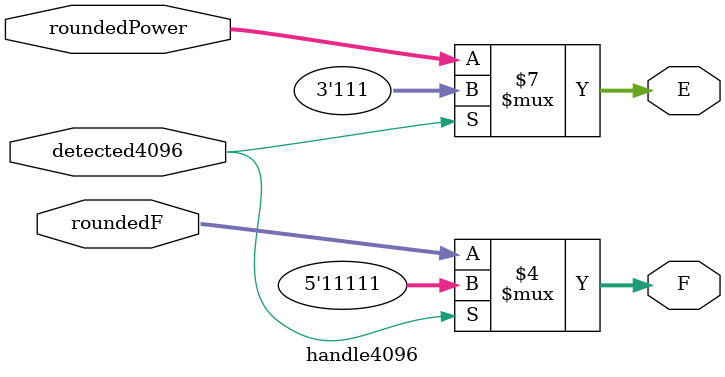
<source format=v>
`timescale 1ns / 1ps
module FPCVT(
	input [12:0] D,
	output S,
	output [2:0] E,
	output [4:0] F
    );
    
	wire [12:0] magnitude;
     
	wire [2:0] unroundedPower;

    wire [4:0] unroundedF;
    wire sixthBit;
    
    wire [2:0] roundedPower;
    wire [4:0] roundedF;
    
    wire detected4096; 
    
    assign S = (D[12] == 1'b0) ? 1'b0 : 1'b1;
    
	getMagnitude magnitudeModule(.D(D), .magnitude(magnitude));	
    countZeroes countZeroesModule(.magnitude(magnitude), .unroundedPower(unroundedPower));  
	
    getMantissa mantissaModule(.magnitude(magnitude), .unroundedPower(unroundedPower), .unroundedF(unroundedF));   
    getSixthBit sixthBitModule(.magnitude(magnitude), .unroundedPower(unroundedPower), .sixthBit(sixthBit));
    roundEF roundingModule(.sixthBit(sixthBit), .unroundedF(unroundedF), .unroundedPower(unroundedPower),
                            .roundedPower(roundedPower), .roundedF(roundedF));   
    detect4096 detect4096Module(.magnitude(magnitude), .detect4096(detected4096));   
    handle4096 handle4096Module(.detected4096(detected4096), .roundedPower(roundedPower), 
                                .roundedF(roundedF), .E(E), .F(F));
endmodule

module getMagnitude(
	input [12:0] D, 
	output reg [12:0] magnitude);

	always @(*) begin
		if( D[12] == 1)
			magnitude = ~D + 13'b1;
		else
			magnitude = D;
	end
endmodule

module countZeroes(
	input [12:0] magnitude,
	output reg [2:0] unroundedPower);
	
	always @(*) begin
        if(magnitude[12]== 1'b1 || magnitude[11] == 1'b1) unroundedPower = 3'b111;
		else if(magnitude[10] == 1'b1) unroundedPower = 3'b110;
		else if(magnitude[9] == 1'b1)  unroundedPower = 3'b101;
		else if(magnitude[8] == 1'b1)  unroundedPower = 3'b100;
		else if(magnitude[7] == 1'b1)  unroundedPower = 3'b011;
		else if(magnitude[6] == 1'b1)  unroundedPower = 3'b010;
		else if(magnitude[5] == 1'b1)  unroundedPower = 3'b001;
		else                        unroundedPower = 3'b000;
    end

endmodule

module getMantissa(
	input [12:0] magnitude,
	input [2:0] unroundedPower,
	output reg [4:0] unroundedF );

	always @(*) begin
		case(unroundedPower)
			3'b000: unroundedF = magnitude[4:0];
			3'b001: unroundedF = magnitude[5:1];
			3'b010: unroundedF = magnitude[6:2];
			3'b011: unroundedF = magnitude[7:3];
            3'b100: unroundedF = magnitude[8:4];
            3'b101: unroundedF = magnitude[9:5];
            3'b110: unroundedF = magnitude[10:6];
            3'b111: unroundedF = magnitude[11:7];
		endcase
	end
endmodule

module getSixthBit(
	input [12:0] magnitude,
	input [2:0] unroundedPower,
	output reg sixthBit);
	
	always @(*) begin
		case(unroundedPower)
			3'b000: sixthBit = 1'b0; // no need to round
			3'b001: sixthBit = magnitude[0];
			3'b010: sixthBit = magnitude[1];
			3'b011: sixthBit = magnitude[2];
			3'b100: sixthBit = magnitude[3];
			3'b101: sixthBit = magnitude[4];
			3'b110: sixthBit = magnitude[5];
			3'b111: sixthBit = magnitude[6];
		endcase
	end
endmodule


module roundEF(
    input sixthBit,
    input [4:0] unroundedF,
    input [2:0] unroundedPower,
    output reg [2:0] roundedPower,
    output reg [4:0] roundedF);
    
    always @(*) begin
        if(&unroundedF == 1'b1 && sixthBit == 1'b1) begin
            if(unroundedPower == 3'b111) begin
                roundedPower = unroundedPower;
                roundedF = unroundedF;
            end
            else begin    
                roundedPower = unroundedPower + 3'b1;
                roundedF = 5'b10000; 
            end
        end
        else if (sixthBit == 1'b1) begin
            roundedPower = unroundedPower;
            roundedF = unroundedF + 1'b1;
        end
        else begin
            roundedPower = unroundedPower;
            roundedF = unroundedF;
        end       
    end
endmodule

module detect4096(
  input [12:0] magnitude,
  output reg detect4096);
  
  always @(*) begin
    if(magnitude == 13'b1000000000000)
      detect4096 = 1'b1;
    else
      detect4096 = 1'b0;
  end
endmodule

module handle4096(
    input detected4096,
    input [2:0] roundedPower,
    input [4:0] roundedF,
    output reg [2:0] E,
    output reg [4:0] F);
    
    always @(*) begin
        if(detected4096 == 1'b1) begin
            E = 3'b111;
            F = 5'b11111;
        end
        else begin
            E = roundedPower;
            F = roundedF;
        end            
    end
endmodule

</source>
